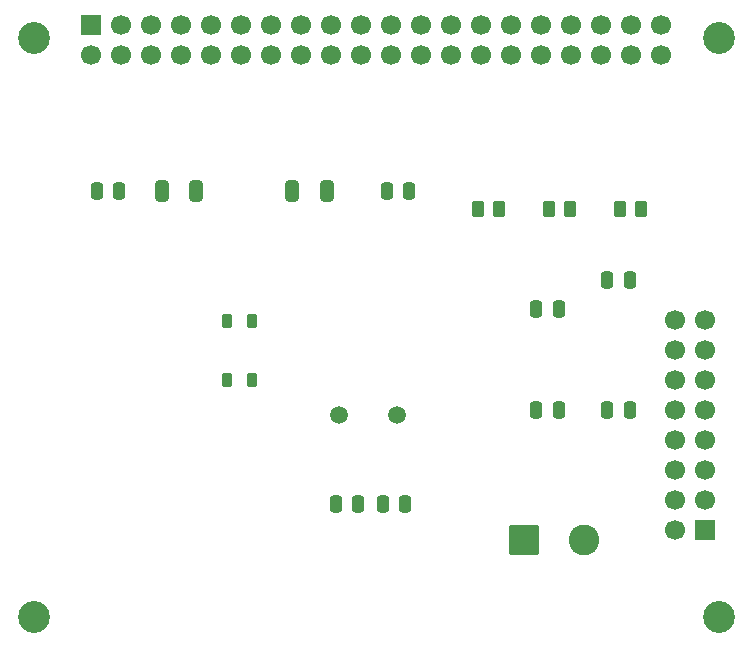
<source format=gbs>
%TF.GenerationSoftware,KiCad,Pcbnew,9.0.7*%
%TF.CreationDate,2026-02-04T14:07:26-06:00*%
%TF.ProjectId,can-hat,63616e2d-6861-4742-9e6b-696361645f70,rev?*%
%TF.SameCoordinates,Original*%
%TF.FileFunction,Soldermask,Bot*%
%TF.FilePolarity,Negative*%
%FSLAX46Y46*%
G04 Gerber Fmt 4.6, Leading zero omitted, Abs format (unit mm)*
G04 Created by KiCad (PCBNEW 9.0.7) date 2026-02-04 14:07:26*
%MOMM*%
%LPD*%
G01*
G04 APERTURE LIST*
G04 Aperture macros list*
%AMRoundRect*
0 Rectangle with rounded corners*
0 $1 Rounding radius*
0 $2 $3 $4 $5 $6 $7 $8 $9 X,Y pos of 4 corners*
0 Add a 4 corners polygon primitive as box body*
4,1,4,$2,$3,$4,$5,$6,$7,$8,$9,$2,$3,0*
0 Add four circle primitives for the rounded corners*
1,1,$1+$1,$2,$3*
1,1,$1+$1,$4,$5*
1,1,$1+$1,$6,$7*
1,1,$1+$1,$8,$9*
0 Add four rect primitives between the rounded corners*
20,1,$1+$1,$2,$3,$4,$5,0*
20,1,$1+$1,$4,$5,$6,$7,0*
20,1,$1+$1,$6,$7,$8,$9,0*
20,1,$1+$1,$8,$9,$2,$3,0*%
G04 Aperture macros list end*
%ADD10R,1.700000X1.700000*%
%ADD11C,1.700000*%
%ADD12RoundRect,0.250000X-1.050000X-1.050000X1.050000X-1.050000X1.050000X1.050000X-1.050000X1.050000X0*%
%ADD13C,2.600000*%
%ADD14C,2.700000*%
%ADD15C,1.500000*%
%ADD16RoundRect,0.250000X-0.250000X-0.475000X0.250000X-0.475000X0.250000X0.475000X-0.250000X0.475000X0*%
%ADD17RoundRect,0.250000X-0.262500X-0.450000X0.262500X-0.450000X0.262500X0.450000X-0.262500X0.450000X0*%
%ADD18RoundRect,0.250000X-0.325000X-0.650000X0.325000X-0.650000X0.325000X0.650000X-0.325000X0.650000X0*%
%ADD19RoundRect,0.218750X-0.218750X-0.381250X0.218750X-0.381250X0.218750X0.381250X-0.218750X0.381250X0*%
G04 APERTURE END LIST*
D10*
%TO.C,J2*%
X175040000Y-77700000D03*
D11*
X172500000Y-77700000D03*
X175040000Y-75160000D03*
X172500000Y-75160000D03*
X175040000Y-72620000D03*
X172500000Y-72620000D03*
X175040000Y-70080000D03*
X172500000Y-70080000D03*
X175040000Y-67540000D03*
X172500000Y-67540000D03*
X175040000Y-65000000D03*
X172500000Y-65000000D03*
X175040000Y-62460000D03*
X172500000Y-62460000D03*
X175040000Y-59920000D03*
X172500000Y-59920000D03*
%TD*%
D12*
%TO.C,J3*%
X159685000Y-78570000D03*
D13*
X164765000Y-78570000D03*
%TD*%
D14*
%TO.C,H1*%
X118185000Y-36070000D03*
%TD*%
%TO.C,H2*%
X176185000Y-36070000D03*
%TD*%
%TO.C,H3*%
X118185000Y-85070000D03*
%TD*%
%TO.C,H4*%
X176185000Y-85070000D03*
%TD*%
D15*
%TO.C,Y1*%
X144060000Y-68000000D03*
X148940000Y-68000000D03*
%TD*%
D10*
%TO.C,J1*%
X123020000Y-35000000D03*
D11*
X123020000Y-37540000D03*
X125560000Y-35000000D03*
X125560000Y-37540000D03*
X128100000Y-35000000D03*
X128100000Y-37540000D03*
X130640000Y-35000000D03*
X130640000Y-37540000D03*
X133180000Y-35000000D03*
X133180000Y-37540000D03*
X135720000Y-35000000D03*
X135720000Y-37540000D03*
X138260000Y-35000000D03*
X138260000Y-37540000D03*
X140800000Y-35000000D03*
X140800000Y-37540000D03*
X143340000Y-35000000D03*
X143340000Y-37540000D03*
X145880000Y-35000000D03*
X145880000Y-37540000D03*
X148420000Y-35000000D03*
X148420000Y-37540000D03*
X150960000Y-35000000D03*
X150960000Y-37540000D03*
X153500000Y-35000000D03*
X153500000Y-37540000D03*
X156040000Y-35000000D03*
X156040000Y-37540000D03*
X158580000Y-35000000D03*
X158580000Y-37540000D03*
X161120000Y-35000000D03*
X161120000Y-37540000D03*
X163660000Y-35000000D03*
X163660000Y-37540000D03*
X166200000Y-35000000D03*
X166200000Y-37540000D03*
X168740000Y-35000000D03*
X168740000Y-37540000D03*
X171280000Y-35000000D03*
X171280000Y-37540000D03*
%TD*%
D16*
%TO.C,C6*%
X147735000Y-75570000D03*
X149635000Y-75570000D03*
%TD*%
%TO.C,C5*%
X143735000Y-75570000D03*
X145635000Y-75570000D03*
%TD*%
D17*
%TO.C,R2*%
X155772500Y-50570000D03*
X157597500Y-50570000D03*
%TD*%
D18*
%TO.C,C4*%
X140025000Y-49000000D03*
X142975000Y-49000000D03*
%TD*%
D16*
%TO.C,C8*%
X160735000Y-59000000D03*
X162635000Y-59000000D03*
%TD*%
D19*
%TO.C,L1*%
X134500000Y-60000000D03*
X136625000Y-60000000D03*
%TD*%
%TO.C,L2*%
X134500000Y-65000000D03*
X136625000Y-65000000D03*
%TD*%
D16*
%TO.C,C9*%
X166735000Y-56570000D03*
X168635000Y-56570000D03*
%TD*%
D17*
%TO.C,R3*%
X161772500Y-50570000D03*
X163597500Y-50570000D03*
%TD*%
D16*
%TO.C,C1*%
X123525000Y-49000000D03*
X125425000Y-49000000D03*
%TD*%
%TO.C,C11*%
X166735000Y-67570000D03*
X168635000Y-67570000D03*
%TD*%
%TO.C,C10*%
X160735000Y-67570000D03*
X162635000Y-67570000D03*
%TD*%
D18*
%TO.C,C3*%
X129000000Y-49000000D03*
X131950000Y-49000000D03*
%TD*%
D17*
%TO.C,R6*%
X167772500Y-50570000D03*
X169597500Y-50570000D03*
%TD*%
D16*
%TO.C,C7*%
X148050000Y-49000000D03*
X149950000Y-49000000D03*
%TD*%
M02*

</source>
